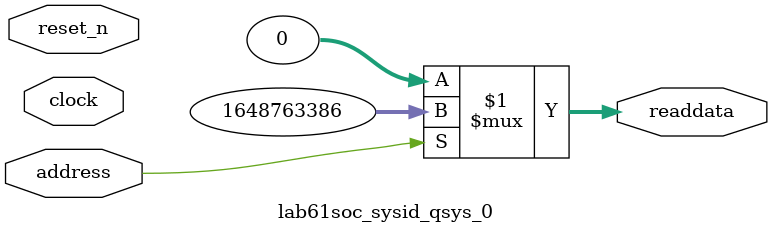
<source format=v>



// synthesis translate_off
`timescale 1ns / 1ps
// synthesis translate_on

// turn off superfluous verilog processor warnings 
// altera message_level Level1 
// altera message_off 10034 10035 10036 10037 10230 10240 10030 

module lab61soc_sysid_qsys_0 (
               // inputs:
                address,
                clock,
                reset_n,

               // outputs:
                readdata
             )
;

  output  [ 31: 0] readdata;
  input            address;
  input            clock;
  input            reset_n;

  wire    [ 31: 0] readdata;
  //control_slave, which is an e_avalon_slave
  assign readdata = address ? 1648763386 : 0;

endmodule



</source>
